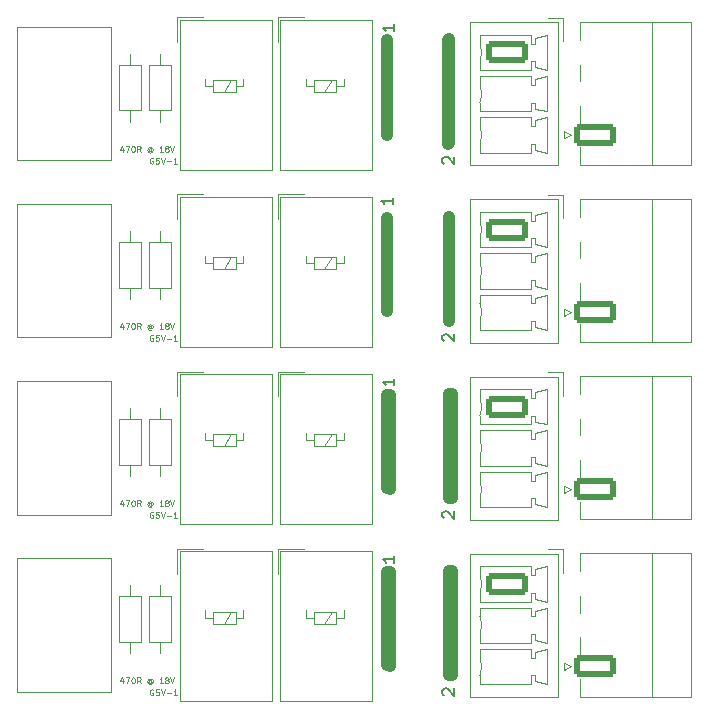
<source format=gbr>
%TF.GenerationSoftware,KiCad,Pcbnew,8.0.5*%
%TF.CreationDate,2025-01-21T13:21:25+01:00*%
%TF.ProjectId,Mk2-relayExtensionTHT,4d6b322d-7265-46c6-9179-457874656e73,rev?*%
%TF.SameCoordinates,Original*%
%TF.FileFunction,Legend,Top*%
%TF.FilePolarity,Positive*%
%FSLAX46Y46*%
G04 Gerber Fmt 4.6, Leading zero omitted, Abs format (unit mm)*
G04 Created by KiCad (PCBNEW 8.0.5) date 2025-01-21 13:21:25*
%MOMM*%
%LPD*%
G01*
G04 APERTURE LIST*
G04 Aperture macros list*
%AMRoundRect*
0 Rectangle with rounded corners*
0 $1 Rounding radius*
0 $2 $3 $4 $5 $6 $7 $8 $9 X,Y pos of 4 corners*
0 Add a 4 corners polygon primitive as box body*
4,1,4,$2,$3,$4,$5,$6,$7,$8,$9,$2,$3,0*
0 Add four circle primitives for the rounded corners*
1,1,$1+$1,$2,$3*
1,1,$1+$1,$4,$5*
1,1,$1+$1,$6,$7*
1,1,$1+$1,$8,$9*
0 Add four rect primitives between the rounded corners*
20,1,$1+$1,$2,$3,$4,$5,0*
20,1,$1+$1,$4,$5,$6,$7,0*
20,1,$1+$1,$6,$7,$8,$9,0*
20,1,$1+$1,$8,$9,$2,$3,0*%
G04 Aperture macros list end*
%ADD10C,1.000000*%
%ADD11C,0.150000*%
%ADD12C,0.075000*%
%ADD13C,0.120000*%
%ADD14C,0.100000*%
%ADD15C,1.400000*%
%ADD16O,1.400000X1.400000*%
%ADD17C,2.000000*%
%ADD18R,2.000000X2.000000*%
%ADD19RoundRect,0.250000X1.550000X-0.650000X1.550000X0.650000X-1.550000X0.650000X-1.550000X-0.650000X0*%
%ADD20O,3.600000X1.800000*%
%ADD21C,2.200000*%
%ADD22C,3.200000*%
%ADD23RoundRect,0.250000X-1.550000X0.650000X-1.550000X-0.650000X1.550000X-0.650000X1.550000X0.650000X0*%
G04 APERTURE END LIST*
D10*
X138957000Y-89421000D02*
X138957000Y-98215000D01*
X133750000Y-89500000D02*
X133750000Y-97421000D01*
X138957000Y-74421000D02*
X138957000Y-83215000D01*
X133750000Y-74500000D02*
X133750000Y-82421000D01*
X138957000Y-44421000D02*
X138957000Y-53215000D01*
X133750000Y-44500000D02*
X133750000Y-52421000D01*
D11*
X138530057Y-99933839D02*
X138482438Y-99886220D01*
X138482438Y-99886220D02*
X138434819Y-99790982D01*
X138434819Y-99790982D02*
X138434819Y-99552887D01*
X138434819Y-99552887D02*
X138482438Y-99457649D01*
X138482438Y-99457649D02*
X138530057Y-99410030D01*
X138530057Y-99410030D02*
X138625295Y-99362411D01*
X138625295Y-99362411D02*
X138720533Y-99362411D01*
X138720533Y-99362411D02*
X138863390Y-99410030D01*
X138863390Y-99410030D02*
X139434819Y-99981458D01*
X139434819Y-99981458D02*
X139434819Y-99362411D01*
D12*
X113930294Y-99458719D02*
X113882675Y-99434909D01*
X113882675Y-99434909D02*
X113811246Y-99434909D01*
X113811246Y-99434909D02*
X113739818Y-99458719D01*
X113739818Y-99458719D02*
X113692199Y-99506338D01*
X113692199Y-99506338D02*
X113668389Y-99553957D01*
X113668389Y-99553957D02*
X113644580Y-99649195D01*
X113644580Y-99649195D02*
X113644580Y-99720623D01*
X113644580Y-99720623D02*
X113668389Y-99815861D01*
X113668389Y-99815861D02*
X113692199Y-99863480D01*
X113692199Y-99863480D02*
X113739818Y-99911100D01*
X113739818Y-99911100D02*
X113811246Y-99934909D01*
X113811246Y-99934909D02*
X113858865Y-99934909D01*
X113858865Y-99934909D02*
X113930294Y-99911100D01*
X113930294Y-99911100D02*
X113954103Y-99887290D01*
X113954103Y-99887290D02*
X113954103Y-99720623D01*
X113954103Y-99720623D02*
X113858865Y-99720623D01*
X114406484Y-99434909D02*
X114168389Y-99434909D01*
X114168389Y-99434909D02*
X114144580Y-99673004D01*
X114144580Y-99673004D02*
X114168389Y-99649195D01*
X114168389Y-99649195D02*
X114216008Y-99625385D01*
X114216008Y-99625385D02*
X114335056Y-99625385D01*
X114335056Y-99625385D02*
X114382675Y-99649195D01*
X114382675Y-99649195D02*
X114406484Y-99673004D01*
X114406484Y-99673004D02*
X114430294Y-99720623D01*
X114430294Y-99720623D02*
X114430294Y-99839671D01*
X114430294Y-99839671D02*
X114406484Y-99887290D01*
X114406484Y-99887290D02*
X114382675Y-99911100D01*
X114382675Y-99911100D02*
X114335056Y-99934909D01*
X114335056Y-99934909D02*
X114216008Y-99934909D01*
X114216008Y-99934909D02*
X114168389Y-99911100D01*
X114168389Y-99911100D02*
X114144580Y-99887290D01*
X114573151Y-99434909D02*
X114739817Y-99934909D01*
X114739817Y-99934909D02*
X114906484Y-99434909D01*
X115073150Y-99744433D02*
X115454103Y-99744433D01*
X115954103Y-99934909D02*
X115668389Y-99934909D01*
X115811246Y-99934909D02*
X115811246Y-99434909D01*
X115811246Y-99434909D02*
X115763627Y-99506338D01*
X115763627Y-99506338D02*
X115716008Y-99553957D01*
X115716008Y-99553957D02*
X115668389Y-99577766D01*
X111382675Y-98601576D02*
X111382675Y-98934909D01*
X111263627Y-98411100D02*
X111144580Y-98768242D01*
X111144580Y-98768242D02*
X111454103Y-98768242D01*
X111596960Y-98434909D02*
X111930293Y-98434909D01*
X111930293Y-98434909D02*
X111716008Y-98934909D01*
X112216007Y-98434909D02*
X112263626Y-98434909D01*
X112263626Y-98434909D02*
X112311245Y-98458719D01*
X112311245Y-98458719D02*
X112335055Y-98482528D01*
X112335055Y-98482528D02*
X112358864Y-98530147D01*
X112358864Y-98530147D02*
X112382674Y-98625385D01*
X112382674Y-98625385D02*
X112382674Y-98744433D01*
X112382674Y-98744433D02*
X112358864Y-98839671D01*
X112358864Y-98839671D02*
X112335055Y-98887290D01*
X112335055Y-98887290D02*
X112311245Y-98911100D01*
X112311245Y-98911100D02*
X112263626Y-98934909D01*
X112263626Y-98934909D02*
X112216007Y-98934909D01*
X112216007Y-98934909D02*
X112168388Y-98911100D01*
X112168388Y-98911100D02*
X112144579Y-98887290D01*
X112144579Y-98887290D02*
X112120769Y-98839671D01*
X112120769Y-98839671D02*
X112096960Y-98744433D01*
X112096960Y-98744433D02*
X112096960Y-98625385D01*
X112096960Y-98625385D02*
X112120769Y-98530147D01*
X112120769Y-98530147D02*
X112144579Y-98482528D01*
X112144579Y-98482528D02*
X112168388Y-98458719D01*
X112168388Y-98458719D02*
X112216007Y-98434909D01*
X112882673Y-98934909D02*
X112716007Y-98696814D01*
X112596959Y-98934909D02*
X112596959Y-98434909D01*
X112596959Y-98434909D02*
X112787435Y-98434909D01*
X112787435Y-98434909D02*
X112835054Y-98458719D01*
X112835054Y-98458719D02*
X112858864Y-98482528D01*
X112858864Y-98482528D02*
X112882673Y-98530147D01*
X112882673Y-98530147D02*
X112882673Y-98601576D01*
X112882673Y-98601576D02*
X112858864Y-98649195D01*
X112858864Y-98649195D02*
X112835054Y-98673004D01*
X112835054Y-98673004D02*
X112787435Y-98696814D01*
X112787435Y-98696814D02*
X112596959Y-98696814D01*
X113787435Y-98696814D02*
X113763625Y-98673004D01*
X113763625Y-98673004D02*
X113716006Y-98649195D01*
X113716006Y-98649195D02*
X113668387Y-98649195D01*
X113668387Y-98649195D02*
X113620768Y-98673004D01*
X113620768Y-98673004D02*
X113596959Y-98696814D01*
X113596959Y-98696814D02*
X113573149Y-98744433D01*
X113573149Y-98744433D02*
X113573149Y-98792052D01*
X113573149Y-98792052D02*
X113596959Y-98839671D01*
X113596959Y-98839671D02*
X113620768Y-98863480D01*
X113620768Y-98863480D02*
X113668387Y-98887290D01*
X113668387Y-98887290D02*
X113716006Y-98887290D01*
X113716006Y-98887290D02*
X113763625Y-98863480D01*
X113763625Y-98863480D02*
X113787435Y-98839671D01*
X113787435Y-98649195D02*
X113787435Y-98839671D01*
X113787435Y-98839671D02*
X113811244Y-98863480D01*
X113811244Y-98863480D02*
X113835054Y-98863480D01*
X113835054Y-98863480D02*
X113882673Y-98839671D01*
X113882673Y-98839671D02*
X113906483Y-98792052D01*
X113906483Y-98792052D02*
X113906483Y-98673004D01*
X113906483Y-98673004D02*
X113858864Y-98601576D01*
X113858864Y-98601576D02*
X113787435Y-98553957D01*
X113787435Y-98553957D02*
X113692197Y-98530147D01*
X113692197Y-98530147D02*
X113596959Y-98553957D01*
X113596959Y-98553957D02*
X113525530Y-98601576D01*
X113525530Y-98601576D02*
X113477911Y-98673004D01*
X113477911Y-98673004D02*
X113454102Y-98768242D01*
X113454102Y-98768242D02*
X113477911Y-98863480D01*
X113477911Y-98863480D02*
X113525530Y-98934909D01*
X113525530Y-98934909D02*
X113596959Y-98982528D01*
X113596959Y-98982528D02*
X113692197Y-99006338D01*
X113692197Y-99006338D02*
X113787435Y-98982528D01*
X113787435Y-98982528D02*
X113858864Y-98934909D01*
X114763625Y-98934909D02*
X114477911Y-98934909D01*
X114620768Y-98934909D02*
X114620768Y-98434909D01*
X114620768Y-98434909D02*
X114573149Y-98506338D01*
X114573149Y-98506338D02*
X114525530Y-98553957D01*
X114525530Y-98553957D02*
X114477911Y-98577766D01*
X115049339Y-98649195D02*
X115001720Y-98625385D01*
X115001720Y-98625385D02*
X114977910Y-98601576D01*
X114977910Y-98601576D02*
X114954101Y-98553957D01*
X114954101Y-98553957D02*
X114954101Y-98530147D01*
X114954101Y-98530147D02*
X114977910Y-98482528D01*
X114977910Y-98482528D02*
X115001720Y-98458719D01*
X115001720Y-98458719D02*
X115049339Y-98434909D01*
X115049339Y-98434909D02*
X115144577Y-98434909D01*
X115144577Y-98434909D02*
X115192196Y-98458719D01*
X115192196Y-98458719D02*
X115216005Y-98482528D01*
X115216005Y-98482528D02*
X115239815Y-98530147D01*
X115239815Y-98530147D02*
X115239815Y-98553957D01*
X115239815Y-98553957D02*
X115216005Y-98601576D01*
X115216005Y-98601576D02*
X115192196Y-98625385D01*
X115192196Y-98625385D02*
X115144577Y-98649195D01*
X115144577Y-98649195D02*
X115049339Y-98649195D01*
X115049339Y-98649195D02*
X115001720Y-98673004D01*
X115001720Y-98673004D02*
X114977910Y-98696814D01*
X114977910Y-98696814D02*
X114954101Y-98744433D01*
X114954101Y-98744433D02*
X114954101Y-98839671D01*
X114954101Y-98839671D02*
X114977910Y-98887290D01*
X114977910Y-98887290D02*
X115001720Y-98911100D01*
X115001720Y-98911100D02*
X115049339Y-98934909D01*
X115049339Y-98934909D02*
X115144577Y-98934909D01*
X115144577Y-98934909D02*
X115192196Y-98911100D01*
X115192196Y-98911100D02*
X115216005Y-98887290D01*
X115216005Y-98887290D02*
X115239815Y-98839671D01*
X115239815Y-98839671D02*
X115239815Y-98744433D01*
X115239815Y-98744433D02*
X115216005Y-98696814D01*
X115216005Y-98696814D02*
X115192196Y-98673004D01*
X115192196Y-98673004D02*
X115144577Y-98649195D01*
X115382672Y-98434909D02*
X115549338Y-98934909D01*
X115549338Y-98934909D02*
X115716005Y-98434909D01*
D11*
X138530057Y-84933839D02*
X138482438Y-84886220D01*
X138482438Y-84886220D02*
X138434819Y-84790982D01*
X138434819Y-84790982D02*
X138434819Y-84552887D01*
X138434819Y-84552887D02*
X138482438Y-84457649D01*
X138482438Y-84457649D02*
X138530057Y-84410030D01*
X138530057Y-84410030D02*
X138625295Y-84362411D01*
X138625295Y-84362411D02*
X138720533Y-84362411D01*
X138720533Y-84362411D02*
X138863390Y-84410030D01*
X138863390Y-84410030D02*
X139434819Y-84981458D01*
X139434819Y-84981458D02*
X139434819Y-84362411D01*
D12*
X113930294Y-84458719D02*
X113882675Y-84434909D01*
X113882675Y-84434909D02*
X113811246Y-84434909D01*
X113811246Y-84434909D02*
X113739818Y-84458719D01*
X113739818Y-84458719D02*
X113692199Y-84506338D01*
X113692199Y-84506338D02*
X113668389Y-84553957D01*
X113668389Y-84553957D02*
X113644580Y-84649195D01*
X113644580Y-84649195D02*
X113644580Y-84720623D01*
X113644580Y-84720623D02*
X113668389Y-84815861D01*
X113668389Y-84815861D02*
X113692199Y-84863480D01*
X113692199Y-84863480D02*
X113739818Y-84911100D01*
X113739818Y-84911100D02*
X113811246Y-84934909D01*
X113811246Y-84934909D02*
X113858865Y-84934909D01*
X113858865Y-84934909D02*
X113930294Y-84911100D01*
X113930294Y-84911100D02*
X113954103Y-84887290D01*
X113954103Y-84887290D02*
X113954103Y-84720623D01*
X113954103Y-84720623D02*
X113858865Y-84720623D01*
X114406484Y-84434909D02*
X114168389Y-84434909D01*
X114168389Y-84434909D02*
X114144580Y-84673004D01*
X114144580Y-84673004D02*
X114168389Y-84649195D01*
X114168389Y-84649195D02*
X114216008Y-84625385D01*
X114216008Y-84625385D02*
X114335056Y-84625385D01*
X114335056Y-84625385D02*
X114382675Y-84649195D01*
X114382675Y-84649195D02*
X114406484Y-84673004D01*
X114406484Y-84673004D02*
X114430294Y-84720623D01*
X114430294Y-84720623D02*
X114430294Y-84839671D01*
X114430294Y-84839671D02*
X114406484Y-84887290D01*
X114406484Y-84887290D02*
X114382675Y-84911100D01*
X114382675Y-84911100D02*
X114335056Y-84934909D01*
X114335056Y-84934909D02*
X114216008Y-84934909D01*
X114216008Y-84934909D02*
X114168389Y-84911100D01*
X114168389Y-84911100D02*
X114144580Y-84887290D01*
X114573151Y-84434909D02*
X114739817Y-84934909D01*
X114739817Y-84934909D02*
X114906484Y-84434909D01*
X115073150Y-84744433D02*
X115454103Y-84744433D01*
X115954103Y-84934909D02*
X115668389Y-84934909D01*
X115811246Y-84934909D02*
X115811246Y-84434909D01*
X115811246Y-84434909D02*
X115763627Y-84506338D01*
X115763627Y-84506338D02*
X115716008Y-84553957D01*
X115716008Y-84553957D02*
X115668389Y-84577766D01*
X111382675Y-83601576D02*
X111382675Y-83934909D01*
X111263627Y-83411100D02*
X111144580Y-83768242D01*
X111144580Y-83768242D02*
X111454103Y-83768242D01*
X111596960Y-83434909D02*
X111930293Y-83434909D01*
X111930293Y-83434909D02*
X111716008Y-83934909D01*
X112216007Y-83434909D02*
X112263626Y-83434909D01*
X112263626Y-83434909D02*
X112311245Y-83458719D01*
X112311245Y-83458719D02*
X112335055Y-83482528D01*
X112335055Y-83482528D02*
X112358864Y-83530147D01*
X112358864Y-83530147D02*
X112382674Y-83625385D01*
X112382674Y-83625385D02*
X112382674Y-83744433D01*
X112382674Y-83744433D02*
X112358864Y-83839671D01*
X112358864Y-83839671D02*
X112335055Y-83887290D01*
X112335055Y-83887290D02*
X112311245Y-83911100D01*
X112311245Y-83911100D02*
X112263626Y-83934909D01*
X112263626Y-83934909D02*
X112216007Y-83934909D01*
X112216007Y-83934909D02*
X112168388Y-83911100D01*
X112168388Y-83911100D02*
X112144579Y-83887290D01*
X112144579Y-83887290D02*
X112120769Y-83839671D01*
X112120769Y-83839671D02*
X112096960Y-83744433D01*
X112096960Y-83744433D02*
X112096960Y-83625385D01*
X112096960Y-83625385D02*
X112120769Y-83530147D01*
X112120769Y-83530147D02*
X112144579Y-83482528D01*
X112144579Y-83482528D02*
X112168388Y-83458719D01*
X112168388Y-83458719D02*
X112216007Y-83434909D01*
X112882673Y-83934909D02*
X112716007Y-83696814D01*
X112596959Y-83934909D02*
X112596959Y-83434909D01*
X112596959Y-83434909D02*
X112787435Y-83434909D01*
X112787435Y-83434909D02*
X112835054Y-83458719D01*
X112835054Y-83458719D02*
X112858864Y-83482528D01*
X112858864Y-83482528D02*
X112882673Y-83530147D01*
X112882673Y-83530147D02*
X112882673Y-83601576D01*
X112882673Y-83601576D02*
X112858864Y-83649195D01*
X112858864Y-83649195D02*
X112835054Y-83673004D01*
X112835054Y-83673004D02*
X112787435Y-83696814D01*
X112787435Y-83696814D02*
X112596959Y-83696814D01*
X113787435Y-83696814D02*
X113763625Y-83673004D01*
X113763625Y-83673004D02*
X113716006Y-83649195D01*
X113716006Y-83649195D02*
X113668387Y-83649195D01*
X113668387Y-83649195D02*
X113620768Y-83673004D01*
X113620768Y-83673004D02*
X113596959Y-83696814D01*
X113596959Y-83696814D02*
X113573149Y-83744433D01*
X113573149Y-83744433D02*
X113573149Y-83792052D01*
X113573149Y-83792052D02*
X113596959Y-83839671D01*
X113596959Y-83839671D02*
X113620768Y-83863480D01*
X113620768Y-83863480D02*
X113668387Y-83887290D01*
X113668387Y-83887290D02*
X113716006Y-83887290D01*
X113716006Y-83887290D02*
X113763625Y-83863480D01*
X113763625Y-83863480D02*
X113787435Y-83839671D01*
X113787435Y-83649195D02*
X113787435Y-83839671D01*
X113787435Y-83839671D02*
X113811244Y-83863480D01*
X113811244Y-83863480D02*
X113835054Y-83863480D01*
X113835054Y-83863480D02*
X113882673Y-83839671D01*
X113882673Y-83839671D02*
X113906483Y-83792052D01*
X113906483Y-83792052D02*
X113906483Y-83673004D01*
X113906483Y-83673004D02*
X113858864Y-83601576D01*
X113858864Y-83601576D02*
X113787435Y-83553957D01*
X113787435Y-83553957D02*
X113692197Y-83530147D01*
X113692197Y-83530147D02*
X113596959Y-83553957D01*
X113596959Y-83553957D02*
X113525530Y-83601576D01*
X113525530Y-83601576D02*
X113477911Y-83673004D01*
X113477911Y-83673004D02*
X113454102Y-83768242D01*
X113454102Y-83768242D02*
X113477911Y-83863480D01*
X113477911Y-83863480D02*
X113525530Y-83934909D01*
X113525530Y-83934909D02*
X113596959Y-83982528D01*
X113596959Y-83982528D02*
X113692197Y-84006338D01*
X113692197Y-84006338D02*
X113787435Y-83982528D01*
X113787435Y-83982528D02*
X113858864Y-83934909D01*
X114763625Y-83934909D02*
X114477911Y-83934909D01*
X114620768Y-83934909D02*
X114620768Y-83434909D01*
X114620768Y-83434909D02*
X114573149Y-83506338D01*
X114573149Y-83506338D02*
X114525530Y-83553957D01*
X114525530Y-83553957D02*
X114477911Y-83577766D01*
X115049339Y-83649195D02*
X115001720Y-83625385D01*
X115001720Y-83625385D02*
X114977910Y-83601576D01*
X114977910Y-83601576D02*
X114954101Y-83553957D01*
X114954101Y-83553957D02*
X114954101Y-83530147D01*
X114954101Y-83530147D02*
X114977910Y-83482528D01*
X114977910Y-83482528D02*
X115001720Y-83458719D01*
X115001720Y-83458719D02*
X115049339Y-83434909D01*
X115049339Y-83434909D02*
X115144577Y-83434909D01*
X115144577Y-83434909D02*
X115192196Y-83458719D01*
X115192196Y-83458719D02*
X115216005Y-83482528D01*
X115216005Y-83482528D02*
X115239815Y-83530147D01*
X115239815Y-83530147D02*
X115239815Y-83553957D01*
X115239815Y-83553957D02*
X115216005Y-83601576D01*
X115216005Y-83601576D02*
X115192196Y-83625385D01*
X115192196Y-83625385D02*
X115144577Y-83649195D01*
X115144577Y-83649195D02*
X115049339Y-83649195D01*
X115049339Y-83649195D02*
X115001720Y-83673004D01*
X115001720Y-83673004D02*
X114977910Y-83696814D01*
X114977910Y-83696814D02*
X114954101Y-83744433D01*
X114954101Y-83744433D02*
X114954101Y-83839671D01*
X114954101Y-83839671D02*
X114977910Y-83887290D01*
X114977910Y-83887290D02*
X115001720Y-83911100D01*
X115001720Y-83911100D02*
X115049339Y-83934909D01*
X115049339Y-83934909D02*
X115144577Y-83934909D01*
X115144577Y-83934909D02*
X115192196Y-83911100D01*
X115192196Y-83911100D02*
X115216005Y-83887290D01*
X115216005Y-83887290D02*
X115239815Y-83839671D01*
X115239815Y-83839671D02*
X115239815Y-83744433D01*
X115239815Y-83744433D02*
X115216005Y-83696814D01*
X115216005Y-83696814D02*
X115192196Y-83673004D01*
X115192196Y-83673004D02*
X115144577Y-83649195D01*
X115382672Y-83434909D02*
X115549338Y-83934909D01*
X115549338Y-83934909D02*
X115716005Y-83434909D01*
D11*
X138530057Y-54933839D02*
X138482438Y-54886220D01*
X138482438Y-54886220D02*
X138434819Y-54790982D01*
X138434819Y-54790982D02*
X138434819Y-54552887D01*
X138434819Y-54552887D02*
X138482438Y-54457649D01*
X138482438Y-54457649D02*
X138530057Y-54410030D01*
X138530057Y-54410030D02*
X138625295Y-54362411D01*
X138625295Y-54362411D02*
X138720533Y-54362411D01*
X138720533Y-54362411D02*
X138863390Y-54410030D01*
X138863390Y-54410030D02*
X139434819Y-54981458D01*
X139434819Y-54981458D02*
X139434819Y-54362411D01*
D12*
X113930294Y-54458719D02*
X113882675Y-54434909D01*
X113882675Y-54434909D02*
X113811246Y-54434909D01*
X113811246Y-54434909D02*
X113739818Y-54458719D01*
X113739818Y-54458719D02*
X113692199Y-54506338D01*
X113692199Y-54506338D02*
X113668389Y-54553957D01*
X113668389Y-54553957D02*
X113644580Y-54649195D01*
X113644580Y-54649195D02*
X113644580Y-54720623D01*
X113644580Y-54720623D02*
X113668389Y-54815861D01*
X113668389Y-54815861D02*
X113692199Y-54863480D01*
X113692199Y-54863480D02*
X113739818Y-54911100D01*
X113739818Y-54911100D02*
X113811246Y-54934909D01*
X113811246Y-54934909D02*
X113858865Y-54934909D01*
X113858865Y-54934909D02*
X113930294Y-54911100D01*
X113930294Y-54911100D02*
X113954103Y-54887290D01*
X113954103Y-54887290D02*
X113954103Y-54720623D01*
X113954103Y-54720623D02*
X113858865Y-54720623D01*
X114406484Y-54434909D02*
X114168389Y-54434909D01*
X114168389Y-54434909D02*
X114144580Y-54673004D01*
X114144580Y-54673004D02*
X114168389Y-54649195D01*
X114168389Y-54649195D02*
X114216008Y-54625385D01*
X114216008Y-54625385D02*
X114335056Y-54625385D01*
X114335056Y-54625385D02*
X114382675Y-54649195D01*
X114382675Y-54649195D02*
X114406484Y-54673004D01*
X114406484Y-54673004D02*
X114430294Y-54720623D01*
X114430294Y-54720623D02*
X114430294Y-54839671D01*
X114430294Y-54839671D02*
X114406484Y-54887290D01*
X114406484Y-54887290D02*
X114382675Y-54911100D01*
X114382675Y-54911100D02*
X114335056Y-54934909D01*
X114335056Y-54934909D02*
X114216008Y-54934909D01*
X114216008Y-54934909D02*
X114168389Y-54911100D01*
X114168389Y-54911100D02*
X114144580Y-54887290D01*
X114573151Y-54434909D02*
X114739817Y-54934909D01*
X114739817Y-54934909D02*
X114906484Y-54434909D01*
X115073150Y-54744433D02*
X115454103Y-54744433D01*
X115954103Y-54934909D02*
X115668389Y-54934909D01*
X115811246Y-54934909D02*
X115811246Y-54434909D01*
X115811246Y-54434909D02*
X115763627Y-54506338D01*
X115763627Y-54506338D02*
X115716008Y-54553957D01*
X115716008Y-54553957D02*
X115668389Y-54577766D01*
X111382675Y-53601576D02*
X111382675Y-53934909D01*
X111263627Y-53411100D02*
X111144580Y-53768242D01*
X111144580Y-53768242D02*
X111454103Y-53768242D01*
X111596960Y-53434909D02*
X111930293Y-53434909D01*
X111930293Y-53434909D02*
X111716008Y-53934909D01*
X112216007Y-53434909D02*
X112263626Y-53434909D01*
X112263626Y-53434909D02*
X112311245Y-53458719D01*
X112311245Y-53458719D02*
X112335055Y-53482528D01*
X112335055Y-53482528D02*
X112358864Y-53530147D01*
X112358864Y-53530147D02*
X112382674Y-53625385D01*
X112382674Y-53625385D02*
X112382674Y-53744433D01*
X112382674Y-53744433D02*
X112358864Y-53839671D01*
X112358864Y-53839671D02*
X112335055Y-53887290D01*
X112335055Y-53887290D02*
X112311245Y-53911100D01*
X112311245Y-53911100D02*
X112263626Y-53934909D01*
X112263626Y-53934909D02*
X112216007Y-53934909D01*
X112216007Y-53934909D02*
X112168388Y-53911100D01*
X112168388Y-53911100D02*
X112144579Y-53887290D01*
X112144579Y-53887290D02*
X112120769Y-53839671D01*
X112120769Y-53839671D02*
X112096960Y-53744433D01*
X112096960Y-53744433D02*
X112096960Y-53625385D01*
X112096960Y-53625385D02*
X112120769Y-53530147D01*
X112120769Y-53530147D02*
X112144579Y-53482528D01*
X112144579Y-53482528D02*
X112168388Y-53458719D01*
X112168388Y-53458719D02*
X112216007Y-53434909D01*
X112882673Y-53934909D02*
X112716007Y-53696814D01*
X112596959Y-53934909D02*
X112596959Y-53434909D01*
X112596959Y-53434909D02*
X112787435Y-53434909D01*
X112787435Y-53434909D02*
X112835054Y-53458719D01*
X112835054Y-53458719D02*
X112858864Y-53482528D01*
X112858864Y-53482528D02*
X112882673Y-53530147D01*
X112882673Y-53530147D02*
X112882673Y-53601576D01*
X112882673Y-53601576D02*
X112858864Y-53649195D01*
X112858864Y-53649195D02*
X112835054Y-53673004D01*
X112835054Y-53673004D02*
X112787435Y-53696814D01*
X112787435Y-53696814D02*
X112596959Y-53696814D01*
X113787435Y-53696814D02*
X113763625Y-53673004D01*
X113763625Y-53673004D02*
X113716006Y-53649195D01*
X113716006Y-53649195D02*
X113668387Y-53649195D01*
X113668387Y-53649195D02*
X113620768Y-53673004D01*
X113620768Y-53673004D02*
X113596959Y-53696814D01*
X113596959Y-53696814D02*
X113573149Y-53744433D01*
X113573149Y-53744433D02*
X113573149Y-53792052D01*
X113573149Y-53792052D02*
X113596959Y-53839671D01*
X113596959Y-53839671D02*
X113620768Y-53863480D01*
X113620768Y-53863480D02*
X113668387Y-53887290D01*
X113668387Y-53887290D02*
X113716006Y-53887290D01*
X113716006Y-53887290D02*
X113763625Y-53863480D01*
X113763625Y-53863480D02*
X113787435Y-53839671D01*
X113787435Y-53649195D02*
X113787435Y-53839671D01*
X113787435Y-53839671D02*
X113811244Y-53863480D01*
X113811244Y-53863480D02*
X113835054Y-53863480D01*
X113835054Y-53863480D02*
X113882673Y-53839671D01*
X113882673Y-53839671D02*
X113906483Y-53792052D01*
X113906483Y-53792052D02*
X113906483Y-53673004D01*
X113906483Y-53673004D02*
X113858864Y-53601576D01*
X113858864Y-53601576D02*
X113787435Y-53553957D01*
X113787435Y-53553957D02*
X113692197Y-53530147D01*
X113692197Y-53530147D02*
X113596959Y-53553957D01*
X113596959Y-53553957D02*
X113525530Y-53601576D01*
X113525530Y-53601576D02*
X113477911Y-53673004D01*
X113477911Y-53673004D02*
X113454102Y-53768242D01*
X113454102Y-53768242D02*
X113477911Y-53863480D01*
X113477911Y-53863480D02*
X113525530Y-53934909D01*
X113525530Y-53934909D02*
X113596959Y-53982528D01*
X113596959Y-53982528D02*
X113692197Y-54006338D01*
X113692197Y-54006338D02*
X113787435Y-53982528D01*
X113787435Y-53982528D02*
X113858864Y-53934909D01*
X114763625Y-53934909D02*
X114477911Y-53934909D01*
X114620768Y-53934909D02*
X114620768Y-53434909D01*
X114620768Y-53434909D02*
X114573149Y-53506338D01*
X114573149Y-53506338D02*
X114525530Y-53553957D01*
X114525530Y-53553957D02*
X114477911Y-53577766D01*
X115049339Y-53649195D02*
X115001720Y-53625385D01*
X115001720Y-53625385D02*
X114977910Y-53601576D01*
X114977910Y-53601576D02*
X114954101Y-53553957D01*
X114954101Y-53553957D02*
X114954101Y-53530147D01*
X114954101Y-53530147D02*
X114977910Y-53482528D01*
X114977910Y-53482528D02*
X115001720Y-53458719D01*
X115001720Y-53458719D02*
X115049339Y-53434909D01*
X115049339Y-53434909D02*
X115144577Y-53434909D01*
X115144577Y-53434909D02*
X115192196Y-53458719D01*
X115192196Y-53458719D02*
X115216005Y-53482528D01*
X115216005Y-53482528D02*
X115239815Y-53530147D01*
X115239815Y-53530147D02*
X115239815Y-53553957D01*
X115239815Y-53553957D02*
X115216005Y-53601576D01*
X115216005Y-53601576D02*
X115192196Y-53625385D01*
X115192196Y-53625385D02*
X115144577Y-53649195D01*
X115144577Y-53649195D02*
X115049339Y-53649195D01*
X115049339Y-53649195D02*
X115001720Y-53673004D01*
X115001720Y-53673004D02*
X114977910Y-53696814D01*
X114977910Y-53696814D02*
X114954101Y-53744433D01*
X114954101Y-53744433D02*
X114954101Y-53839671D01*
X114954101Y-53839671D02*
X114977910Y-53887290D01*
X114977910Y-53887290D02*
X115001720Y-53911100D01*
X115001720Y-53911100D02*
X115049339Y-53934909D01*
X115049339Y-53934909D02*
X115144577Y-53934909D01*
X115144577Y-53934909D02*
X115192196Y-53911100D01*
X115192196Y-53911100D02*
X115216005Y-53887290D01*
X115216005Y-53887290D02*
X115239815Y-53839671D01*
X115239815Y-53839671D02*
X115239815Y-53744433D01*
X115239815Y-53744433D02*
X115216005Y-53696814D01*
X115216005Y-53696814D02*
X115192196Y-53673004D01*
X115192196Y-53673004D02*
X115144577Y-53649195D01*
X115382672Y-53434909D02*
X115549338Y-53934909D01*
X115549338Y-53934909D02*
X115716005Y-53434909D01*
X111382675Y-68601576D02*
X111382675Y-68934909D01*
X111263627Y-68411100D02*
X111144580Y-68768242D01*
X111144580Y-68768242D02*
X111454103Y-68768242D01*
X111596960Y-68434909D02*
X111930293Y-68434909D01*
X111930293Y-68434909D02*
X111716008Y-68934909D01*
X112216007Y-68434909D02*
X112263626Y-68434909D01*
X112263626Y-68434909D02*
X112311245Y-68458719D01*
X112311245Y-68458719D02*
X112335055Y-68482528D01*
X112335055Y-68482528D02*
X112358864Y-68530147D01*
X112358864Y-68530147D02*
X112382674Y-68625385D01*
X112382674Y-68625385D02*
X112382674Y-68744433D01*
X112382674Y-68744433D02*
X112358864Y-68839671D01*
X112358864Y-68839671D02*
X112335055Y-68887290D01*
X112335055Y-68887290D02*
X112311245Y-68911100D01*
X112311245Y-68911100D02*
X112263626Y-68934909D01*
X112263626Y-68934909D02*
X112216007Y-68934909D01*
X112216007Y-68934909D02*
X112168388Y-68911100D01*
X112168388Y-68911100D02*
X112144579Y-68887290D01*
X112144579Y-68887290D02*
X112120769Y-68839671D01*
X112120769Y-68839671D02*
X112096960Y-68744433D01*
X112096960Y-68744433D02*
X112096960Y-68625385D01*
X112096960Y-68625385D02*
X112120769Y-68530147D01*
X112120769Y-68530147D02*
X112144579Y-68482528D01*
X112144579Y-68482528D02*
X112168388Y-68458719D01*
X112168388Y-68458719D02*
X112216007Y-68434909D01*
X112882673Y-68934909D02*
X112716007Y-68696814D01*
X112596959Y-68934909D02*
X112596959Y-68434909D01*
X112596959Y-68434909D02*
X112787435Y-68434909D01*
X112787435Y-68434909D02*
X112835054Y-68458719D01*
X112835054Y-68458719D02*
X112858864Y-68482528D01*
X112858864Y-68482528D02*
X112882673Y-68530147D01*
X112882673Y-68530147D02*
X112882673Y-68601576D01*
X112882673Y-68601576D02*
X112858864Y-68649195D01*
X112858864Y-68649195D02*
X112835054Y-68673004D01*
X112835054Y-68673004D02*
X112787435Y-68696814D01*
X112787435Y-68696814D02*
X112596959Y-68696814D01*
X113787435Y-68696814D02*
X113763625Y-68673004D01*
X113763625Y-68673004D02*
X113716006Y-68649195D01*
X113716006Y-68649195D02*
X113668387Y-68649195D01*
X113668387Y-68649195D02*
X113620768Y-68673004D01*
X113620768Y-68673004D02*
X113596959Y-68696814D01*
X113596959Y-68696814D02*
X113573149Y-68744433D01*
X113573149Y-68744433D02*
X113573149Y-68792052D01*
X113573149Y-68792052D02*
X113596959Y-68839671D01*
X113596959Y-68839671D02*
X113620768Y-68863480D01*
X113620768Y-68863480D02*
X113668387Y-68887290D01*
X113668387Y-68887290D02*
X113716006Y-68887290D01*
X113716006Y-68887290D02*
X113763625Y-68863480D01*
X113763625Y-68863480D02*
X113787435Y-68839671D01*
X113787435Y-68649195D02*
X113787435Y-68839671D01*
X113787435Y-68839671D02*
X113811244Y-68863480D01*
X113811244Y-68863480D02*
X113835054Y-68863480D01*
X113835054Y-68863480D02*
X113882673Y-68839671D01*
X113882673Y-68839671D02*
X113906483Y-68792052D01*
X113906483Y-68792052D02*
X113906483Y-68673004D01*
X113906483Y-68673004D02*
X113858864Y-68601576D01*
X113858864Y-68601576D02*
X113787435Y-68553957D01*
X113787435Y-68553957D02*
X113692197Y-68530147D01*
X113692197Y-68530147D02*
X113596959Y-68553957D01*
X113596959Y-68553957D02*
X113525530Y-68601576D01*
X113525530Y-68601576D02*
X113477911Y-68673004D01*
X113477911Y-68673004D02*
X113454102Y-68768242D01*
X113454102Y-68768242D02*
X113477911Y-68863480D01*
X113477911Y-68863480D02*
X113525530Y-68934909D01*
X113525530Y-68934909D02*
X113596959Y-68982528D01*
X113596959Y-68982528D02*
X113692197Y-69006338D01*
X113692197Y-69006338D02*
X113787435Y-68982528D01*
X113787435Y-68982528D02*
X113858864Y-68934909D01*
X114763625Y-68934909D02*
X114477911Y-68934909D01*
X114620768Y-68934909D02*
X114620768Y-68434909D01*
X114620768Y-68434909D02*
X114573149Y-68506338D01*
X114573149Y-68506338D02*
X114525530Y-68553957D01*
X114525530Y-68553957D02*
X114477911Y-68577766D01*
X115049339Y-68649195D02*
X115001720Y-68625385D01*
X115001720Y-68625385D02*
X114977910Y-68601576D01*
X114977910Y-68601576D02*
X114954101Y-68553957D01*
X114954101Y-68553957D02*
X114954101Y-68530147D01*
X114954101Y-68530147D02*
X114977910Y-68482528D01*
X114977910Y-68482528D02*
X115001720Y-68458719D01*
X115001720Y-68458719D02*
X115049339Y-68434909D01*
X115049339Y-68434909D02*
X115144577Y-68434909D01*
X115144577Y-68434909D02*
X115192196Y-68458719D01*
X115192196Y-68458719D02*
X115216005Y-68482528D01*
X115216005Y-68482528D02*
X115239815Y-68530147D01*
X115239815Y-68530147D02*
X115239815Y-68553957D01*
X115239815Y-68553957D02*
X115216005Y-68601576D01*
X115216005Y-68601576D02*
X115192196Y-68625385D01*
X115192196Y-68625385D02*
X115144577Y-68649195D01*
X115144577Y-68649195D02*
X115049339Y-68649195D01*
X115049339Y-68649195D02*
X115001720Y-68673004D01*
X115001720Y-68673004D02*
X114977910Y-68696814D01*
X114977910Y-68696814D02*
X114954101Y-68744433D01*
X114954101Y-68744433D02*
X114954101Y-68839671D01*
X114954101Y-68839671D02*
X114977910Y-68887290D01*
X114977910Y-68887290D02*
X115001720Y-68911100D01*
X115001720Y-68911100D02*
X115049339Y-68934909D01*
X115049339Y-68934909D02*
X115144577Y-68934909D01*
X115144577Y-68934909D02*
X115192196Y-68911100D01*
X115192196Y-68911100D02*
X115216005Y-68887290D01*
X115216005Y-68887290D02*
X115239815Y-68839671D01*
X115239815Y-68839671D02*
X115239815Y-68744433D01*
X115239815Y-68744433D02*
X115216005Y-68696814D01*
X115216005Y-68696814D02*
X115192196Y-68673004D01*
X115192196Y-68673004D02*
X115144577Y-68649195D01*
X115382672Y-68434909D02*
X115549338Y-68934909D01*
X115549338Y-68934909D02*
X115716005Y-68434909D01*
X113930294Y-69458719D02*
X113882675Y-69434909D01*
X113882675Y-69434909D02*
X113811246Y-69434909D01*
X113811246Y-69434909D02*
X113739818Y-69458719D01*
X113739818Y-69458719D02*
X113692199Y-69506338D01*
X113692199Y-69506338D02*
X113668389Y-69553957D01*
X113668389Y-69553957D02*
X113644580Y-69649195D01*
X113644580Y-69649195D02*
X113644580Y-69720623D01*
X113644580Y-69720623D02*
X113668389Y-69815861D01*
X113668389Y-69815861D02*
X113692199Y-69863480D01*
X113692199Y-69863480D02*
X113739818Y-69911100D01*
X113739818Y-69911100D02*
X113811246Y-69934909D01*
X113811246Y-69934909D02*
X113858865Y-69934909D01*
X113858865Y-69934909D02*
X113930294Y-69911100D01*
X113930294Y-69911100D02*
X113954103Y-69887290D01*
X113954103Y-69887290D02*
X113954103Y-69720623D01*
X113954103Y-69720623D02*
X113858865Y-69720623D01*
X114406484Y-69434909D02*
X114168389Y-69434909D01*
X114168389Y-69434909D02*
X114144580Y-69673004D01*
X114144580Y-69673004D02*
X114168389Y-69649195D01*
X114168389Y-69649195D02*
X114216008Y-69625385D01*
X114216008Y-69625385D02*
X114335056Y-69625385D01*
X114335056Y-69625385D02*
X114382675Y-69649195D01*
X114382675Y-69649195D02*
X114406484Y-69673004D01*
X114406484Y-69673004D02*
X114430294Y-69720623D01*
X114430294Y-69720623D02*
X114430294Y-69839671D01*
X114430294Y-69839671D02*
X114406484Y-69887290D01*
X114406484Y-69887290D02*
X114382675Y-69911100D01*
X114382675Y-69911100D02*
X114335056Y-69934909D01*
X114335056Y-69934909D02*
X114216008Y-69934909D01*
X114216008Y-69934909D02*
X114168389Y-69911100D01*
X114168389Y-69911100D02*
X114144580Y-69887290D01*
X114573151Y-69434909D02*
X114739817Y-69934909D01*
X114739817Y-69934909D02*
X114906484Y-69434909D01*
X115073150Y-69744433D02*
X115454103Y-69744433D01*
X115954103Y-69934909D02*
X115668389Y-69934909D01*
X115811246Y-69934909D02*
X115811246Y-69434909D01*
X115811246Y-69434909D02*
X115763627Y-69506338D01*
X115763627Y-69506338D02*
X115716008Y-69553957D01*
X115716008Y-69553957D02*
X115668389Y-69577766D01*
D10*
X134000000Y-74539500D02*
X134000000Y-82460500D01*
X138930000Y-44500000D02*
X138930000Y-53294000D01*
X133750000Y-59500000D02*
X133750000Y-67421000D01*
X138957000Y-59421000D02*
X138957000Y-68215000D01*
X134000000Y-89539500D02*
X134000000Y-97460500D01*
X133723000Y-44579000D02*
X133723000Y-52500000D01*
X139207000Y-74460500D02*
X139207000Y-83254500D01*
X139207000Y-89460500D02*
X139207000Y-98254500D01*
D11*
X138530057Y-54933839D02*
X138482438Y-54886220D01*
X138482438Y-54886220D02*
X138434819Y-54790982D01*
X138434819Y-54790982D02*
X138434819Y-54552887D01*
X138434819Y-54552887D02*
X138482438Y-54457649D01*
X138482438Y-54457649D02*
X138530057Y-54410030D01*
X138530057Y-54410030D02*
X138625295Y-54362411D01*
X138625295Y-54362411D02*
X138720533Y-54362411D01*
X138720533Y-54362411D02*
X138863390Y-54410030D01*
X138863390Y-54410030D02*
X139434819Y-54981458D01*
X139434819Y-54981458D02*
X139434819Y-54362411D01*
X134369819Y-43139411D02*
X134369819Y-43710839D01*
X134369819Y-43425125D02*
X133369819Y-43425125D01*
X133369819Y-43425125D02*
X133512676Y-43520363D01*
X133512676Y-43520363D02*
X133607914Y-43615601D01*
X133607914Y-43615601D02*
X133655533Y-43710839D01*
X134369819Y-73139411D02*
X134369819Y-73710839D01*
X134369819Y-73425125D02*
X133369819Y-73425125D01*
X133369819Y-73425125D02*
X133512676Y-73520363D01*
X133512676Y-73520363D02*
X133607914Y-73615601D01*
X133607914Y-73615601D02*
X133655533Y-73710839D01*
X138530057Y-99933839D02*
X138482438Y-99886220D01*
X138482438Y-99886220D02*
X138434819Y-99790982D01*
X138434819Y-99790982D02*
X138434819Y-99552887D01*
X138434819Y-99552887D02*
X138482438Y-99457649D01*
X138482438Y-99457649D02*
X138530057Y-99410030D01*
X138530057Y-99410030D02*
X138625295Y-99362411D01*
X138625295Y-99362411D02*
X138720533Y-99362411D01*
X138720533Y-99362411D02*
X138863390Y-99410030D01*
X138863390Y-99410030D02*
X139434819Y-99981458D01*
X139434819Y-99981458D02*
X139434819Y-99362411D01*
X138530057Y-84933839D02*
X138482438Y-84886220D01*
X138482438Y-84886220D02*
X138434819Y-84790982D01*
X138434819Y-84790982D02*
X138434819Y-84552887D01*
X138434819Y-84552887D02*
X138482438Y-84457649D01*
X138482438Y-84457649D02*
X138530057Y-84410030D01*
X138530057Y-84410030D02*
X138625295Y-84362411D01*
X138625295Y-84362411D02*
X138720533Y-84362411D01*
X138720533Y-84362411D02*
X138863390Y-84410030D01*
X138863390Y-84410030D02*
X139434819Y-84981458D01*
X139434819Y-84981458D02*
X139434819Y-84362411D01*
X138530057Y-69933839D02*
X138482438Y-69886220D01*
X138482438Y-69886220D02*
X138434819Y-69790982D01*
X138434819Y-69790982D02*
X138434819Y-69552887D01*
X138434819Y-69552887D02*
X138482438Y-69457649D01*
X138482438Y-69457649D02*
X138530057Y-69410030D01*
X138530057Y-69410030D02*
X138625295Y-69362411D01*
X138625295Y-69362411D02*
X138720533Y-69362411D01*
X138720533Y-69362411D02*
X138863390Y-69410030D01*
X138863390Y-69410030D02*
X139434819Y-69981458D01*
X139434819Y-69981458D02*
X139434819Y-69362411D01*
X134369819Y-88139411D02*
X134369819Y-88710839D01*
X134369819Y-88425125D02*
X133369819Y-88425125D01*
X133369819Y-88425125D02*
X133512676Y-88520363D01*
X133512676Y-88520363D02*
X133607914Y-88615601D01*
X133607914Y-88615601D02*
X133655533Y-88710839D01*
X134227819Y-57805411D02*
X134227819Y-58376839D01*
X134227819Y-58091125D02*
X133227819Y-58091125D01*
X133227819Y-58091125D02*
X133370676Y-58186363D01*
X133370676Y-58186363D02*
X133465914Y-58281601D01*
X133465914Y-58281601D02*
X133513533Y-58376839D01*
D13*
%TO.C,R502*%
X114500000Y-90630000D02*
X114500000Y-91580000D01*
X115420000Y-91580000D02*
X113580000Y-91580000D01*
X113580000Y-91580000D02*
X113580000Y-95420000D01*
X115420000Y-95420000D02*
X115420000Y-91580000D01*
X113580000Y-95420000D02*
X115420000Y-95420000D01*
X114500000Y-96370000D02*
X114500000Y-95420000D01*
%TO.C,R501*%
X112000000Y-96370000D02*
X112000000Y-95420000D01*
X111080000Y-95420000D02*
X112920000Y-95420000D01*
X112920000Y-95420000D02*
X112920000Y-91580000D01*
X111080000Y-91580000D02*
X111080000Y-95420000D01*
X112920000Y-91580000D02*
X111080000Y-91580000D01*
X112000000Y-90630000D02*
X112000000Y-91580000D01*
%TO.C,R402*%
X114500000Y-75630000D02*
X114500000Y-76580000D01*
X115420000Y-76580000D02*
X113580000Y-76580000D01*
X113580000Y-76580000D02*
X113580000Y-80420000D01*
X115420000Y-80420000D02*
X115420000Y-76580000D01*
X113580000Y-80420000D02*
X115420000Y-80420000D01*
X114500000Y-81370000D02*
X114500000Y-80420000D01*
%TO.C,R401*%
X112000000Y-81370000D02*
X112000000Y-80420000D01*
X111080000Y-80420000D02*
X112920000Y-80420000D01*
X112920000Y-80420000D02*
X112920000Y-76580000D01*
X111080000Y-76580000D02*
X111080000Y-80420000D01*
X112920000Y-76580000D02*
X111080000Y-76580000D01*
X112000000Y-75630000D02*
X112000000Y-76580000D01*
%TO.C,R302*%
X114500000Y-45630000D02*
X114500000Y-46580000D01*
X115420000Y-46580000D02*
X113580000Y-46580000D01*
X113580000Y-46580000D02*
X113580000Y-50420000D01*
X115420000Y-50420000D02*
X115420000Y-46580000D01*
X113580000Y-50420000D02*
X115420000Y-50420000D01*
X114500000Y-51370000D02*
X114500000Y-50420000D01*
%TO.C,R301*%
X112000000Y-51370000D02*
X112000000Y-50420000D01*
X111080000Y-50420000D02*
X112920000Y-50420000D01*
X112920000Y-50420000D02*
X112920000Y-46580000D01*
X111080000Y-46580000D02*
X111080000Y-50420000D01*
X112920000Y-46580000D02*
X111080000Y-46580000D01*
X112000000Y-45630000D02*
X112000000Y-46580000D01*
%TO.C,R202*%
X114500000Y-60630000D02*
X114500000Y-61580000D01*
X115420000Y-61580000D02*
X113580000Y-61580000D01*
X113580000Y-61580000D02*
X113580000Y-65420000D01*
X115420000Y-65420000D02*
X115420000Y-61580000D01*
X113580000Y-65420000D02*
X115420000Y-65420000D01*
X114500000Y-66370000D02*
X114500000Y-65420000D01*
%TO.C,R201*%
X112000000Y-66370000D02*
X112000000Y-65420000D01*
X111080000Y-65420000D02*
X112920000Y-65420000D01*
X112920000Y-65420000D02*
X112920000Y-61580000D01*
X111080000Y-61580000D02*
X111080000Y-65420000D01*
X112920000Y-61580000D02*
X111080000Y-61580000D01*
X112000000Y-60630000D02*
X112000000Y-61580000D01*
%TO.C,K502*%
X132492500Y-100442500D02*
X124692500Y-100442500D01*
X132492500Y-87742500D02*
X132492500Y-100442500D01*
X130054500Y-93360500D02*
X129419500Y-93360500D01*
X130054500Y-92725500D02*
X130054500Y-93360500D01*
X129419500Y-92852500D02*
X129419500Y-93868500D01*
X129419500Y-92852500D02*
X127514500Y-92852500D01*
X129038500Y-92852500D02*
X128403500Y-93868500D01*
X127514500Y-93868500D02*
X129419500Y-93868500D01*
X127514500Y-92852500D02*
X127514500Y-93868500D01*
X126854500Y-93360500D02*
X127514500Y-93360500D01*
X126854500Y-92725500D02*
X126854500Y-93360500D01*
X124692500Y-100442500D02*
X124692500Y-87742500D01*
X124692500Y-87742500D02*
X132492500Y-87742500D01*
X124492500Y-89642500D02*
X124492500Y-87542500D01*
X124492500Y-87542500D02*
X126692500Y-87542500D01*
%TO.C,K501*%
X123992500Y-100442500D02*
X116192500Y-100442500D01*
X123992500Y-87742500D02*
X123992500Y-100442500D01*
X121554500Y-93360500D02*
X120919500Y-93360500D01*
X121554500Y-92725500D02*
X121554500Y-93360500D01*
X120919500Y-92852500D02*
X120919500Y-93868500D01*
X120919500Y-92852500D02*
X119014500Y-92852500D01*
X120538500Y-92852500D02*
X119903500Y-93868500D01*
X119014500Y-93868500D02*
X120919500Y-93868500D01*
X119014500Y-92852500D02*
X119014500Y-93868500D01*
X118354500Y-93360500D02*
X119014500Y-93360500D01*
X118354500Y-92725500D02*
X118354500Y-93360500D01*
X116192500Y-100442500D02*
X116192500Y-87742500D01*
X116192500Y-87742500D02*
X123992500Y-87742500D01*
X115992500Y-89642500D02*
X115992500Y-87542500D01*
X115992500Y-87542500D02*
X118192500Y-87542500D01*
%TO.C,K402*%
X132492500Y-85442500D02*
X124692500Y-85442500D01*
X132492500Y-72742500D02*
X132492500Y-85442500D01*
X130054500Y-78360500D02*
X129419500Y-78360500D01*
X130054500Y-77725500D02*
X130054500Y-78360500D01*
X129419500Y-77852500D02*
X129419500Y-78868500D01*
X129419500Y-77852500D02*
X127514500Y-77852500D01*
X129038500Y-77852500D02*
X128403500Y-78868500D01*
X127514500Y-78868500D02*
X129419500Y-78868500D01*
X127514500Y-77852500D02*
X127514500Y-78868500D01*
X126854500Y-78360500D02*
X127514500Y-78360500D01*
X126854500Y-77725500D02*
X126854500Y-78360500D01*
X124692500Y-85442500D02*
X124692500Y-72742500D01*
X124692500Y-72742500D02*
X132492500Y-72742500D01*
X124492500Y-74642500D02*
X124492500Y-72542500D01*
X124492500Y-72542500D02*
X126692500Y-72542500D01*
%TO.C,K401*%
X123992500Y-85442500D02*
X116192500Y-85442500D01*
X123992500Y-72742500D02*
X123992500Y-85442500D01*
X121554500Y-78360500D02*
X120919500Y-78360500D01*
X121554500Y-77725500D02*
X121554500Y-78360500D01*
X120919500Y-77852500D02*
X120919500Y-78868500D01*
X120919500Y-77852500D02*
X119014500Y-77852500D01*
X120538500Y-77852500D02*
X119903500Y-78868500D01*
X119014500Y-78868500D02*
X120919500Y-78868500D01*
X119014500Y-77852500D02*
X119014500Y-78868500D01*
X118354500Y-78360500D02*
X119014500Y-78360500D01*
X118354500Y-77725500D02*
X118354500Y-78360500D01*
X116192500Y-85442500D02*
X116192500Y-72742500D01*
X116192500Y-72742500D02*
X123992500Y-72742500D01*
X115992500Y-74642500D02*
X115992500Y-72542500D01*
X115992500Y-72542500D02*
X118192500Y-72542500D01*
%TO.C,K302*%
X132492500Y-55442500D02*
X124692500Y-55442500D01*
X132492500Y-42742500D02*
X132492500Y-55442500D01*
X130054500Y-48360500D02*
X129419500Y-48360500D01*
X130054500Y-47725500D02*
X130054500Y-48360500D01*
X129419500Y-47852500D02*
X129419500Y-48868500D01*
X129419500Y-47852500D02*
X127514500Y-47852500D01*
X129038500Y-47852500D02*
X128403500Y-48868500D01*
X127514500Y-48868500D02*
X129419500Y-48868500D01*
X127514500Y-47852500D02*
X127514500Y-48868500D01*
X126854500Y-48360500D02*
X127514500Y-48360500D01*
X126854500Y-47725500D02*
X126854500Y-48360500D01*
X124692500Y-55442500D02*
X124692500Y-42742500D01*
X124692500Y-42742500D02*
X132492500Y-42742500D01*
X124492500Y-44642500D02*
X124492500Y-42542500D01*
X124492500Y-42542500D02*
X126692500Y-42542500D01*
%TO.C,K301*%
X123992500Y-55442500D02*
X116192500Y-55442500D01*
X123992500Y-42742500D02*
X123992500Y-55442500D01*
X121554500Y-48360500D02*
X120919500Y-48360500D01*
X121554500Y-47725500D02*
X121554500Y-48360500D01*
X120919500Y-47852500D02*
X120919500Y-48868500D01*
X120919500Y-47852500D02*
X119014500Y-47852500D01*
X120538500Y-47852500D02*
X119903500Y-48868500D01*
X119014500Y-48868500D02*
X120919500Y-48868500D01*
X119014500Y-47852500D02*
X119014500Y-48868500D01*
X118354500Y-48360500D02*
X119014500Y-48360500D01*
X118354500Y-47725500D02*
X118354500Y-48360500D01*
X116192500Y-55442500D02*
X116192500Y-42742500D01*
X116192500Y-42742500D02*
X123992500Y-42742500D01*
X115992500Y-44642500D02*
X115992500Y-42542500D01*
X115992500Y-42542500D02*
X118192500Y-42542500D01*
%TO.C,K202*%
X132492500Y-70442500D02*
X124692500Y-70442500D01*
X132492500Y-57742500D02*
X132492500Y-70442500D01*
X130054500Y-63360500D02*
X129419500Y-63360500D01*
X130054500Y-62725500D02*
X130054500Y-63360500D01*
X129419500Y-62852500D02*
X129419500Y-63868500D01*
X129419500Y-62852500D02*
X127514500Y-62852500D01*
X129038500Y-62852500D02*
X128403500Y-63868500D01*
X127514500Y-63868500D02*
X129419500Y-63868500D01*
X127514500Y-62852500D02*
X127514500Y-63868500D01*
X126854500Y-63360500D02*
X127514500Y-63360500D01*
X126854500Y-62725500D02*
X126854500Y-63360500D01*
X124692500Y-70442500D02*
X124692500Y-57742500D01*
X124692500Y-57742500D02*
X132492500Y-57742500D01*
X124492500Y-59642500D02*
X124492500Y-57542500D01*
X124492500Y-57542500D02*
X126692500Y-57542500D01*
%TO.C,K201*%
X123992500Y-70442500D02*
X116192500Y-70442500D01*
X123992500Y-57742500D02*
X123992500Y-70442500D01*
X121554500Y-63360500D02*
X120919500Y-63360500D01*
X121554500Y-62725500D02*
X121554500Y-63360500D01*
X120919500Y-62852500D02*
X120919500Y-63868500D01*
X120919500Y-62852500D02*
X119014500Y-62852500D01*
X120538500Y-62852500D02*
X119903500Y-63868500D01*
X119014500Y-63868500D02*
X120919500Y-63868500D01*
X119014500Y-62852500D02*
X119014500Y-63868500D01*
X118354500Y-63360500D02*
X119014500Y-63360500D01*
X118354500Y-62725500D02*
X118354500Y-63360500D01*
X116192500Y-70442500D02*
X116192500Y-57742500D01*
X116192500Y-57742500D02*
X123992500Y-57742500D01*
X115992500Y-59642500D02*
X115992500Y-57542500D01*
X115992500Y-57542500D02*
X118192500Y-57542500D01*
%TO.C,J11*%
X148757500Y-97200000D02*
X149357500Y-97500000D01*
X148757500Y-97800000D02*
X148757500Y-97200000D01*
X149357500Y-97500000D02*
X148757500Y-97800000D01*
X150047500Y-87940000D02*
X150047500Y-89450000D01*
X150047500Y-92950000D02*
X150047500Y-91550000D01*
X150047500Y-96450000D02*
X150047500Y-95050000D01*
X150047500Y-100060000D02*
X150047500Y-98550000D01*
X150047500Y-100060000D02*
X159467500Y-100060000D01*
X156157500Y-100060000D02*
X156157500Y-87940000D01*
X159467500Y-87940000D02*
X150047500Y-87940000D01*
X159467500Y-100060000D02*
X159467500Y-87940000D01*
D14*
%TO.C,J2*%
X102450000Y-54650000D02*
X102450000Y-43350000D01*
X110350000Y-43350000D02*
X102450000Y-43350000D01*
X110350000Y-43350000D02*
X110350000Y-54650000D01*
X110350000Y-54650000D02*
X102450000Y-54650000D01*
%TO.C,J7*%
X102450000Y-84650000D02*
X102450000Y-73350000D01*
X110350000Y-73350000D02*
X102450000Y-73350000D01*
X110350000Y-73350000D02*
X110350000Y-84650000D01*
X110350000Y-84650000D02*
X102450000Y-84650000D01*
D13*
%TO.C,J4*%
X148757500Y-67200000D02*
X149357500Y-67500000D01*
X148757500Y-67800000D02*
X148757500Y-67200000D01*
X149357500Y-67500000D02*
X148757500Y-67800000D01*
X150047500Y-57940000D02*
X150047500Y-59450000D01*
X150047500Y-62950000D02*
X150047500Y-61550000D01*
X150047500Y-66450000D02*
X150047500Y-65050000D01*
X150047500Y-70060000D02*
X150047500Y-68550000D01*
X150047500Y-70060000D02*
X159467500Y-70060000D01*
X156157500Y-70060000D02*
X156157500Y-57940000D01*
X159467500Y-57940000D02*
X150047500Y-57940000D01*
X159467500Y-70060000D02*
X159467500Y-57940000D01*
%TO.C,J8*%
X148757500Y-82200000D02*
X149357500Y-82500000D01*
X148757500Y-82800000D02*
X148757500Y-82200000D01*
X149357500Y-82500000D02*
X148757500Y-82800000D01*
X150047500Y-72940000D02*
X150047500Y-74450000D01*
X150047500Y-77950000D02*
X150047500Y-76550000D01*
X150047500Y-81450000D02*
X150047500Y-80050000D01*
X150047500Y-85060000D02*
X150047500Y-83550000D01*
X150047500Y-85060000D02*
X159467500Y-85060000D01*
X156157500Y-85060000D02*
X156157500Y-72940000D01*
X159467500Y-72940000D02*
X150047500Y-72940000D01*
X159467500Y-85060000D02*
X159467500Y-72940000D01*
D14*
%TO.C,J10*%
X102450000Y-99650000D02*
X102450000Y-88350000D01*
X110350000Y-88350000D02*
X102450000Y-88350000D01*
X110350000Y-88350000D02*
X110350000Y-99650000D01*
X110350000Y-99650000D02*
X102450000Y-99650000D01*
%TO.C,J1*%
X102450000Y-69650000D02*
X102450000Y-58350000D01*
X110350000Y-58350000D02*
X102450000Y-58350000D01*
X110350000Y-58350000D02*
X110350000Y-69650000D01*
X110350000Y-69650000D02*
X102450000Y-69650000D01*
D13*
%TO.C,J3*%
X148757500Y-52200000D02*
X149357500Y-52500000D01*
X148757500Y-52800000D02*
X148757500Y-52200000D01*
X149357500Y-52500000D02*
X148757500Y-52800000D01*
X150047500Y-42940000D02*
X150047500Y-44450000D01*
X150047500Y-47950000D02*
X150047500Y-46550000D01*
X150047500Y-51450000D02*
X150047500Y-50050000D01*
X150047500Y-55060000D02*
X150047500Y-53550000D01*
X150047500Y-55060000D02*
X159467500Y-55060000D01*
X156157500Y-55060000D02*
X156157500Y-42940000D01*
X159467500Y-42940000D02*
X150047500Y-42940000D01*
X159467500Y-55060000D02*
X159467500Y-42940000D01*
%TO.C,J9*%
X140747500Y-72957500D02*
X140747500Y-85077500D01*
X140747500Y-85077500D02*
X148217500Y-85077500D01*
X141607500Y-74017500D02*
X145907500Y-74017500D01*
X141607500Y-74767500D02*
X141607500Y-74017500D01*
X141607500Y-77017500D02*
X141607500Y-76267500D01*
X141607500Y-77517500D02*
X145907500Y-77517500D01*
X141607500Y-78267500D02*
X141607500Y-77517500D01*
X141607500Y-80517500D02*
X141607500Y-79767500D01*
X141607500Y-81017500D02*
X145907500Y-81017500D01*
X141607500Y-81767500D02*
X141607500Y-81017500D01*
X141607500Y-84017500D02*
X141607500Y-83267500D01*
X145907500Y-74017500D02*
X145907500Y-74767500D01*
X145907500Y-74767500D02*
X146257500Y-74767500D01*
X145907500Y-76267500D02*
X145907500Y-77017500D01*
X145907500Y-77017500D02*
X141607500Y-77017500D01*
X145907500Y-77517500D02*
X145907500Y-78267500D01*
X145907500Y-78267500D02*
X146257500Y-78267500D01*
X145907500Y-79767500D02*
X145907500Y-80517500D01*
X145907500Y-80517500D02*
X141607500Y-80517500D01*
X145907500Y-81017500D02*
X145907500Y-81767500D01*
X145907500Y-81767500D02*
X146257500Y-81767500D01*
X145907500Y-83267500D02*
X145907500Y-84017500D01*
X145907500Y-84017500D02*
X141607500Y-84017500D01*
X146257500Y-74267500D02*
X147257500Y-74017500D01*
X146257500Y-74767500D02*
X146257500Y-74267500D01*
X146257500Y-76267500D02*
X145907500Y-76267500D01*
X146257500Y-76767500D02*
X146257500Y-76267500D01*
X146257500Y-77767500D02*
X147257500Y-77517500D01*
X146257500Y-78267500D02*
X146257500Y-77767500D01*
X146257500Y-79767500D02*
X145907500Y-79767500D01*
X146257500Y-80267500D02*
X146257500Y-79767500D01*
X146257500Y-81267500D02*
X147257500Y-81017500D01*
X146257500Y-81767500D02*
X146257500Y-81267500D01*
X146257500Y-83267500D02*
X145907500Y-83267500D01*
X146257500Y-83767500D02*
X146257500Y-83267500D01*
X147257500Y-74017500D02*
X147257500Y-77017500D01*
X147257500Y-77017500D02*
X146257500Y-76767500D01*
X147257500Y-77517500D02*
X147257500Y-80517500D01*
X147257500Y-80517500D02*
X146257500Y-80267500D01*
X147257500Y-81017500D02*
X147257500Y-84017500D01*
X147257500Y-84017500D02*
X146257500Y-83767500D01*
X147357500Y-72567500D02*
X148607500Y-72567500D01*
X148217500Y-72957500D02*
X140747500Y-72957500D01*
X148217500Y-85077500D02*
X148217500Y-72957500D01*
X148607500Y-72567500D02*
X148607500Y-74567500D01*
X141607500Y-74767500D02*
G75*
G02*
X141607656Y-76267147I-1700000J-750000D01*
G01*
X141607500Y-78267500D02*
G75*
G02*
X141607656Y-79767147I-1700000J-750000D01*
G01*
X141607500Y-81767500D02*
G75*
G02*
X141607656Y-83267147I-1700000J-750000D01*
G01*
%TO.C,J6*%
X140747500Y-42957500D02*
X140747500Y-55077500D01*
X140747500Y-55077500D02*
X148217500Y-55077500D01*
X141607500Y-44017500D02*
X145907500Y-44017500D01*
X141607500Y-44767500D02*
X141607500Y-44017500D01*
X141607500Y-47017500D02*
X141607500Y-46267500D01*
X141607500Y-47517500D02*
X145907500Y-47517500D01*
X141607500Y-48267500D02*
X141607500Y-47517500D01*
X141607500Y-50517500D02*
X141607500Y-49767500D01*
X141607500Y-51017500D02*
X145907500Y-51017500D01*
X141607500Y-51767500D02*
X141607500Y-51017500D01*
X141607500Y-54017500D02*
X141607500Y-53267500D01*
X145907500Y-44017500D02*
X145907500Y-44767500D01*
X145907500Y-44767500D02*
X146257500Y-44767500D01*
X145907500Y-46267500D02*
X145907500Y-47017500D01*
X145907500Y-47017500D02*
X141607500Y-47017500D01*
X145907500Y-47517500D02*
X145907500Y-48267500D01*
X145907500Y-48267500D02*
X146257500Y-48267500D01*
X145907500Y-49767500D02*
X145907500Y-50517500D01*
X145907500Y-50517500D02*
X141607500Y-50517500D01*
X145907500Y-51017500D02*
X145907500Y-51767500D01*
X145907500Y-51767500D02*
X146257500Y-51767500D01*
X145907500Y-53267500D02*
X145907500Y-54017500D01*
X145907500Y-54017500D02*
X141607500Y-54017500D01*
X146257500Y-44267500D02*
X147257500Y-44017500D01*
X146257500Y-44767500D02*
X146257500Y-44267500D01*
X146257500Y-46267500D02*
X145907500Y-46267500D01*
X146257500Y-46767500D02*
X146257500Y-46267500D01*
X146257500Y-47767500D02*
X147257500Y-47517500D01*
X146257500Y-48267500D02*
X146257500Y-47767500D01*
X146257500Y-49767500D02*
X145907500Y-49767500D01*
X146257500Y-50267500D02*
X146257500Y-49767500D01*
X146257500Y-51267500D02*
X147257500Y-51017500D01*
X146257500Y-51767500D02*
X146257500Y-51267500D01*
X146257500Y-53267500D02*
X145907500Y-53267500D01*
X146257500Y-53767500D02*
X146257500Y-53267500D01*
X147257500Y-44017500D02*
X147257500Y-47017500D01*
X147257500Y-47017500D02*
X146257500Y-46767500D01*
X147257500Y-47517500D02*
X147257500Y-50517500D01*
X147257500Y-50517500D02*
X146257500Y-50267500D01*
X147257500Y-51017500D02*
X147257500Y-54017500D01*
X147257500Y-54017500D02*
X146257500Y-53767500D01*
X147357500Y-42567500D02*
X148607500Y-42567500D01*
X148217500Y-42957500D02*
X140747500Y-42957500D01*
X148217500Y-55077500D02*
X148217500Y-42957500D01*
X148607500Y-42567500D02*
X148607500Y-44567500D01*
X141607500Y-44767500D02*
G75*
G02*
X141607656Y-46267147I-1700000J-750000D01*
G01*
X141607500Y-48267500D02*
G75*
G02*
X141607656Y-49767147I-1700000J-750000D01*
G01*
X141607500Y-51767500D02*
G75*
G02*
X141607656Y-53267147I-1700000J-750000D01*
G01*
%TO.C,J12*%
X140747500Y-87957500D02*
X140747500Y-100077500D01*
X140747500Y-100077500D02*
X148217500Y-100077500D01*
X141607500Y-89017500D02*
X145907500Y-89017500D01*
X141607500Y-89767500D02*
X141607500Y-89017500D01*
X141607500Y-92017500D02*
X141607500Y-91267500D01*
X141607500Y-92517500D02*
X145907500Y-92517500D01*
X141607500Y-93267500D02*
X141607500Y-92517500D01*
X141607500Y-95517500D02*
X141607500Y-94767500D01*
X141607500Y-96017500D02*
X145907500Y-96017500D01*
X141607500Y-96767500D02*
X141607500Y-96017500D01*
X141607500Y-99017500D02*
X141607500Y-98267500D01*
X145907500Y-89017500D02*
X145907500Y-89767500D01*
X145907500Y-89767500D02*
X146257500Y-89767500D01*
X145907500Y-91267500D02*
X145907500Y-92017500D01*
X145907500Y-92017500D02*
X141607500Y-92017500D01*
X145907500Y-92517500D02*
X145907500Y-93267500D01*
X145907500Y-93267500D02*
X146257500Y-93267500D01*
X145907500Y-94767500D02*
X145907500Y-95517500D01*
X145907500Y-95517500D02*
X141607500Y-95517500D01*
X145907500Y-96017500D02*
X145907500Y-96767500D01*
X145907500Y-96767500D02*
X146257500Y-96767500D01*
X145907500Y-98267500D02*
X145907500Y-99017500D01*
X145907500Y-99017500D02*
X141607500Y-99017500D01*
X146257500Y-89267500D02*
X147257500Y-89017500D01*
X146257500Y-89767500D02*
X146257500Y-89267500D01*
X146257500Y-91267500D02*
X145907500Y-91267500D01*
X146257500Y-91767500D02*
X146257500Y-91267500D01*
X146257500Y-92767500D02*
X147257500Y-92517500D01*
X146257500Y-93267500D02*
X146257500Y-92767500D01*
X146257500Y-94767500D02*
X145907500Y-94767500D01*
X146257500Y-95267500D02*
X146257500Y-94767500D01*
X146257500Y-96267500D02*
X147257500Y-96017500D01*
X146257500Y-96767500D02*
X146257500Y-96267500D01*
X146257500Y-98267500D02*
X145907500Y-98267500D01*
X146257500Y-98767500D02*
X146257500Y-98267500D01*
X147257500Y-89017500D02*
X147257500Y-92017500D01*
X147257500Y-92017500D02*
X146257500Y-91767500D01*
X147257500Y-92517500D02*
X147257500Y-95517500D01*
X147257500Y-95517500D02*
X146257500Y-95267500D01*
X147257500Y-96017500D02*
X147257500Y-99017500D01*
X147257500Y-99017500D02*
X146257500Y-98767500D01*
X147357500Y-87567500D02*
X148607500Y-87567500D01*
X148217500Y-87957500D02*
X140747500Y-87957500D01*
X148217500Y-100077500D02*
X148217500Y-87957500D01*
X148607500Y-87567500D02*
X148607500Y-89567500D01*
X141607500Y-89767500D02*
G75*
G02*
X141607656Y-91267147I-1700000J-750000D01*
G01*
X141607500Y-93267500D02*
G75*
G02*
X141607656Y-94767147I-1700000J-750000D01*
G01*
X141607500Y-96767500D02*
G75*
G02*
X141607656Y-98267147I-1700000J-750000D01*
G01*
%TO.C,J5*%
X140747500Y-57957500D02*
X140747500Y-70077500D01*
X140747500Y-70077500D02*
X148217500Y-70077500D01*
X141607500Y-59017500D02*
X145907500Y-59017500D01*
X141607500Y-59767500D02*
X141607500Y-59017500D01*
X141607500Y-62017500D02*
X141607500Y-61267500D01*
X141607500Y-62517500D02*
X145907500Y-62517500D01*
X141607500Y-63267500D02*
X141607500Y-62517500D01*
X141607500Y-65517500D02*
X141607500Y-64767500D01*
X141607500Y-66017500D02*
X145907500Y-66017500D01*
X141607500Y-66767500D02*
X141607500Y-66017500D01*
X141607500Y-69017500D02*
X141607500Y-68267500D01*
X145907500Y-59017500D02*
X145907500Y-59767500D01*
X145907500Y-59767500D02*
X146257500Y-59767500D01*
X145907500Y-61267500D02*
X145907500Y-62017500D01*
X145907500Y-62017500D02*
X141607500Y-62017500D01*
X145907500Y-62517500D02*
X145907500Y-63267500D01*
X145907500Y-63267500D02*
X146257500Y-63267500D01*
X145907500Y-64767500D02*
X145907500Y-65517500D01*
X145907500Y-65517500D02*
X141607500Y-65517500D01*
X145907500Y-66017500D02*
X145907500Y-66767500D01*
X145907500Y-66767500D02*
X146257500Y-66767500D01*
X145907500Y-68267500D02*
X145907500Y-69017500D01*
X145907500Y-69017500D02*
X141607500Y-69017500D01*
X146257500Y-59267500D02*
X147257500Y-59017500D01*
X146257500Y-59767500D02*
X146257500Y-59267500D01*
X146257500Y-61267500D02*
X145907500Y-61267500D01*
X146257500Y-61767500D02*
X146257500Y-61267500D01*
X146257500Y-62767500D02*
X147257500Y-62517500D01*
X146257500Y-63267500D02*
X146257500Y-62767500D01*
X146257500Y-64767500D02*
X145907500Y-64767500D01*
X146257500Y-65267500D02*
X146257500Y-64767500D01*
X146257500Y-66267500D02*
X147257500Y-66017500D01*
X146257500Y-66767500D02*
X146257500Y-66267500D01*
X146257500Y-68267500D02*
X145907500Y-68267500D01*
X146257500Y-68767500D02*
X146257500Y-68267500D01*
X147257500Y-59017500D02*
X147257500Y-62017500D01*
X147257500Y-62017500D02*
X146257500Y-61767500D01*
X147257500Y-62517500D02*
X147257500Y-65517500D01*
X147257500Y-65517500D02*
X146257500Y-65267500D01*
X147257500Y-66017500D02*
X147257500Y-69017500D01*
X147257500Y-69017500D02*
X146257500Y-68767500D01*
X147357500Y-57567500D02*
X148607500Y-57567500D01*
X148217500Y-57957500D02*
X140747500Y-57957500D01*
X148217500Y-70077500D02*
X148217500Y-57957500D01*
X148607500Y-57567500D02*
X148607500Y-59567500D01*
X141607500Y-59767500D02*
G75*
G02*
X141607656Y-61267147I-1700000J-750000D01*
G01*
X141607500Y-63267500D02*
G75*
G02*
X141607656Y-64767147I-1700000J-750000D01*
G01*
X141607500Y-66767500D02*
G75*
G02*
X141607656Y-68267147I-1700000J-750000D01*
G01*
%TD*%
%LPC*%
D15*
%TO.C,R502*%
X114500000Y-89690000D03*
D16*
X114500000Y-97310000D03*
%TD*%
D15*
%TO.C,R501*%
X112000000Y-97310000D03*
D16*
X112000000Y-89690000D03*
%TD*%
D15*
%TO.C,R402*%
X114500000Y-74690000D03*
D16*
X114500000Y-82310000D03*
%TD*%
D15*
%TO.C,R401*%
X112000000Y-82310000D03*
D16*
X112000000Y-74690000D03*
%TD*%
D15*
%TO.C,R302*%
X114500000Y-44690000D03*
D16*
X114500000Y-52310000D03*
%TD*%
D15*
%TO.C,R301*%
X112000000Y-52310000D03*
D16*
X112000000Y-44690000D03*
%TD*%
D15*
%TO.C,R202*%
X114500000Y-59690000D03*
D16*
X114500000Y-67310000D03*
%TD*%
D15*
%TO.C,R201*%
X112000000Y-67310000D03*
D16*
X112000000Y-59690000D03*
%TD*%
D17*
%TO.C,K502*%
X131172500Y-89042500D03*
X131172500Y-91582500D03*
X131172500Y-99202500D03*
X126092500Y-99202500D03*
X126092500Y-91582500D03*
D18*
X126092500Y-89042500D03*
%TD*%
D17*
%TO.C,K501*%
X122672500Y-89042500D03*
X122672500Y-91582500D03*
X122672500Y-99202500D03*
X117592500Y-99202500D03*
X117592500Y-91582500D03*
D18*
X117592500Y-89042500D03*
%TD*%
D17*
%TO.C,K402*%
X131172500Y-74042500D03*
X131172500Y-76582500D03*
X131172500Y-84202500D03*
X126092500Y-84202500D03*
X126092500Y-76582500D03*
D18*
X126092500Y-74042500D03*
%TD*%
D17*
%TO.C,K401*%
X122672500Y-74042500D03*
X122672500Y-76582500D03*
X122672500Y-84202500D03*
X117592500Y-84202500D03*
X117592500Y-76582500D03*
D18*
X117592500Y-74042500D03*
%TD*%
D17*
%TO.C,K302*%
X131172500Y-44042500D03*
X131172500Y-46582500D03*
X131172500Y-54202500D03*
X126092500Y-54202500D03*
X126092500Y-46582500D03*
D18*
X126092500Y-44042500D03*
%TD*%
D17*
%TO.C,K301*%
X122672500Y-44042500D03*
X122672500Y-46582500D03*
X122672500Y-54202500D03*
X117592500Y-54202500D03*
X117592500Y-46582500D03*
D18*
X117592500Y-44042500D03*
%TD*%
D17*
%TO.C,K202*%
X131172500Y-59042500D03*
X131172500Y-61582500D03*
X131172500Y-69202500D03*
X126092500Y-69202500D03*
X126092500Y-61582500D03*
D18*
X126092500Y-59042500D03*
%TD*%
D17*
%TO.C,K201*%
X122672500Y-59042500D03*
X122672500Y-61582500D03*
X122672500Y-69202500D03*
X117592500Y-69202500D03*
X117592500Y-61582500D03*
D18*
X117592500Y-59042500D03*
%TD*%
D19*
%TO.C,J11*%
X151357500Y-97500000D03*
D20*
X151357500Y-94000000D03*
X151357500Y-90500000D03*
%TD*%
D21*
%TO.C,J2*%
X108500000Y-52500000D03*
X106000000Y-52500000D03*
X108500000Y-49000000D03*
X106000000Y-49000000D03*
X108500000Y-45500000D03*
X106000000Y-45500000D03*
%TD*%
%TO.C,J7*%
X108500000Y-82500000D03*
X106000000Y-82500000D03*
X108500000Y-79000000D03*
X106000000Y-79000000D03*
X108500000Y-75500000D03*
X106000000Y-75500000D03*
%TD*%
D19*
%TO.C,J4*%
X151357500Y-67500000D03*
D20*
X151357500Y-64000000D03*
X151357500Y-60500000D03*
%TD*%
D22*
%TO.C,REF\u002A\u002A*%
X136500000Y-49000000D03*
%TD*%
D19*
%TO.C,J8*%
X151357500Y-82500000D03*
D20*
X151357500Y-79000000D03*
X151357500Y-75500000D03*
%TD*%
D21*
%TO.C,J10*%
X108500000Y-97500000D03*
X106000000Y-97500000D03*
X108500000Y-94000000D03*
X106000000Y-94000000D03*
X108500000Y-90500000D03*
X106000000Y-90500000D03*
%TD*%
D22*
%TO.C,REF\u002A\u002A*%
X136500000Y-79000000D03*
%TD*%
D21*
%TO.C,J1*%
X108500000Y-67500000D03*
X106000000Y-67500000D03*
X108500000Y-64000000D03*
X106000000Y-64000000D03*
X108500000Y-60500000D03*
X106000000Y-60500000D03*
%TD*%
D22*
%TO.C,REF\u002A\u002A*%
X136500000Y-94000000D03*
%TD*%
D19*
%TO.C,J3*%
X151357500Y-52500000D03*
D20*
X151357500Y-49000000D03*
X151357500Y-45500000D03*
%TD*%
D22*
%TO.C,REF\u002A\u002A*%
X136500000Y-64000000D03*
%TD*%
D23*
%TO.C,J9*%
X143857500Y-75517500D03*
D20*
X143857500Y-79017500D03*
X143857500Y-82517500D03*
%TD*%
D23*
%TO.C,J6*%
X143857500Y-45517500D03*
D20*
X143857500Y-49017500D03*
X143857500Y-52517500D03*
%TD*%
D23*
%TO.C,J12*%
X143857500Y-90517500D03*
D20*
X143857500Y-94017500D03*
X143857500Y-97517500D03*
%TD*%
D23*
%TO.C,J5*%
X143857500Y-60517500D03*
D20*
X143857500Y-64017500D03*
X143857500Y-67517500D03*
%TD*%
%LPD*%
M02*

</source>
